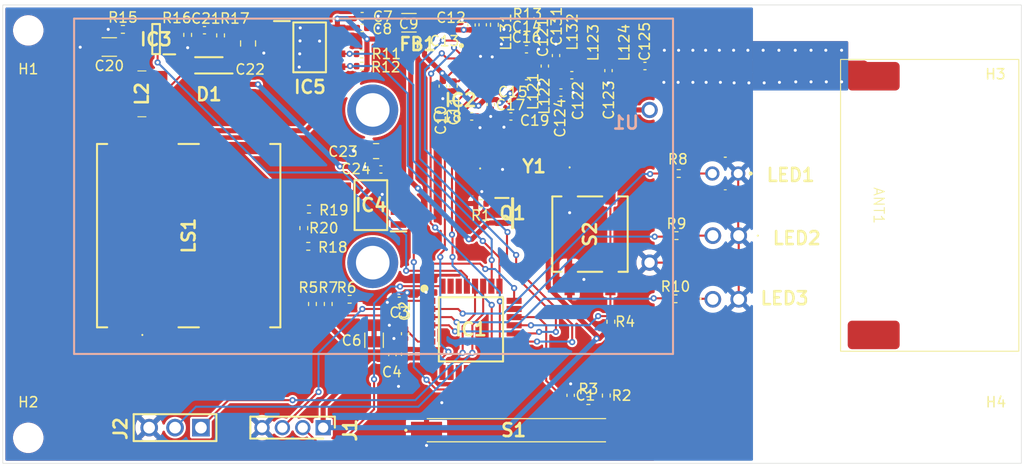
<source format=kicad_pcb>
(kicad_pcb (version 20241229) (generator "pcbnew") (generator_version "9.0")
  (title_block (title "Gateway") (date "2025-10-07") (rev "REV0.0") (company "NPX4U"))
  (layers (0 "F.Cu" signal) (2 "B.Cu" signal) (13 "F.Paste" user) (15 "B.Paste" user) (5 "F.SilkS" user "F.Silkscreen") (7 "B.SilkS" user "B.Silkscreen") (1 "F.Mask" user) (3 "B.Mask" user) (25 "Edge.Cuts" user))
  (net 0 "")
  (net 1 "GND")
  (net 2 "/RF/RF_LINE")
  (net 3 "DOOR")
  (net 4 "V_MEAS")
  (net 5 "NRST")
  (net 6 "VDD")
  (net 7 "RF_VDD")
  (net 8 "Net-(IC2-DCOUPL)")
  (net 9 "Net-(IC2-XOSC_Q1)")
  (net 10 "Net-(IC2-XOSC_Q2)")
  (net 11 "Net-(IC3-FB)")
  (net 12 "+12V")
  (net 13 "Net-(C121-Pad2)")
  (net 14 "Net-(C121-Pad1)")
  (net 15 "Net-(C122-Pad2)")
  (net 16 "Net-(C123-Pad2)")
  (net 17 "Net-(C124-Pad2)")
  (net 18 "Net-(C125-Pad1)")
  (net 19 "Net-(D1-A)")
  (net 20 "/MCU/SDI")
  (net 22 "/MCU/IRQ")
  (net 24 "LED_R")
  (net 27 "LED_B")
  (net 28 "/Buzzer/BZR_P")
  (net 29 "/MCU/SDO")
  (net 30 "BTN")
  (net 32 "SDA")
  (net 33 "/MCU/SCLK")
  (net 35 "TX")
  (net 36 "SCL")
  (net 38 "LED_Y")
  (net 40 "RX")
  (net 41 "SWIM")
  (net 43 "/Buzzer/BZR_N")
  (net 45 "/Buzzer/BZR_EN")
  (net 46 "/MCU/CS")
  (net 47 "Net-(IC2-RBIAS)")
  (net 48 "Net-(IC2-RF_N)")
  (net 50 "Net-(IC2-RF_P)")
  (net 52 "Net-(IC4-OUTA)")
  (net 54 "Net-(IC4-OUTB)")
  (net 55 "Net-(LED1-A)")
  (net 56 "Net-(LED2-A)")
  (net 57 "Net-(LED3-A)")
  (net 58 "Net-(LS1--_1)")
  (net 59 "Net-(LS1-+_1)")
  (net 60 "BAT_IN")
  (net 61 "Net-(Q1-G)")
  (net 62 "Net-(R2-Pad1)")
  (net 63 "Net-(R5-Pad1)")
  (footprint "Capacitor_SMD:C_0402_1005Metric" (layer "F.Cu") (at 225.515 116.92 90)
    (property "Reference" "C13")
    (property "Value" "1uF")
  )
  (footprint "MyParts:SOT95P237X112-3N" (layer "F.Cu") (at 229.55 135.4)
    (property "Reference" "Q1")
    (property "Value" "IRLML6402TRPBF" (hide yes))
  )
  (footprint "Resistor_SMD:R_0402_1005Metric" (layer "F.Cu") (at 227.765 116.9 90)
    (property "Reference" "R13")
    (property "Value" "56K")
  )
  (footprint "MyParts:SOIC127P599X173-8N" (layer "F.Cu") (at 215.638 134.605 180)
    (property "Reference" "IC4")
    (property "Value" "MIC4427YM" (hide yes))
  )
  (footprint "MyParts:SOIC127P602X173-8N" (layer "F.Cu") (at 209.625 119.115)
    (property "Reference" "IC5")
    (property "Value" "MB85RC64TAPNF-G-BDERE1" (hide yes))
  )
  (footprint "Capacitor_SMD:C_0402_1005Metric" (layer "F.Cu") (at 235.365 121.85)
    (property "Reference" "C122")
    (property "Value" "1.5pF")
  )
  (footprint "Capacitor_SMD:C_0402_1005Metric" (layer "F.Cu") (at 226.615 116.9 90)
    (property "Reference" "C12")
    (property "Value" "100nF")
  )
  (footprint "Resistor_SMD:R_0402_1005Metric" (layer "F.Cu") (at 209.05 136.86 -90)
    (property "Reference" "R20")
    (property "Value" "1M")
  )
  (footprint "Capacitor_SMD:C_0402_1005Metric" (layer "F.Cu") (at 214.78 116.05)
    (property "Reference" "C7")
    (property "Value" "1uF")
  )
  (footprint "Resistor_SMD:R_0402_1005Metric" (layer "F.Cu") (at 191.29 117.35)
    (property "Reference" "R15")
    (property "Value" "100K")
  )
  (footprint "Capacitor_SMD:C_0402_1005Metric" (layer "F.Cu") (at 234.295 123.55 180)
    (property "Reference" "C124")
    (property "Value" "100pF")
  )
  (footprint "Capacitor_SMD:C_0402_1005Metric" (layer "F.Cu") (at 227.415 124.72 -90)
    (property "Reference" "C17")
    (property "Value" "100nF")
  )
  (footprint "MyParts:QFP80P900X900X160-32N" (layer "F.Cu") (at 225.462 146.8)
    (property "Reference" "IC1")
    (property "Value" "STM8L151K4T6" (hide yes))
  )
  (footprint "Resistor_SMD:R_0402_1005Metric" (layer "F.Cu") (at 214.75 120.96)
    (property "Reference" "R12")
    (property "Value" "10K")
  )
  (footprint "Capacitor_SMD:C_0402_1005Metric" (layer "F.Cu") (at 242.545 120.95)
    (property "Reference" "C125")
    (property "Value" "12pF")
  )
  (footprint "Capacitor_SMD:C_0402_1005Metric" (layer "F.Cu") (at 225.535 125.9)
    (property "Reference" "C18")
    (property "Value" "12pF")
  )
  (footprint "Capacitor_SMD:C_0402_1005Metric" (layer "F.Cu") (at 230.915 119.3)
    (property "Reference" "C16")
    (property "Value" "100nF")
  )
  (footprint "Capacitor_SMD:C_0402_1005Metric" (layer "F.Cu") (at 235.25 153.28 90)
    (property "Reference" "C1")
    (property "Value" "100nF")
  )
  (footprint "Capacitor_SMD:C_0402_1005Metric" (layer "F.Cu") (at 230.935 118.25)
    (property "Reference" "C14")
    (property "Value" "100nF")
  )
  (footprint "MyParts:MASM14R810" (layer "F.Cu") (at 229.925 156.7)
    (property "Reference" "S1")
    (property "Value" "MASM-14R-8-10" (hide yes))
  )
  (footprint "MyParts:BLM18SP221SN1B" (layer "F.Cu") (at 220.225 118.8)
    (property "Reference" "FB1")
    (property "Value" "BLM18KG601SN1D" (hide yes))
  )
  (footprint "Resistor_SMD:R_0402_1005Metric" (layer "F.Cu") (at 245.86 131.5)
    (property "Reference" "R8")
    (property "Value" "100")
  )
  (footprint "Resistor_SMD:R_0402_1005Metric" (layer "F.Cu") (at 209.9 144.31 -90)
    (property "Reference" "R5")
    (property "Value" "1M")
  )
  (footprint "Capacitor_SMD:C_0402_1005Metric" (layer "F.Cu") (at 218.42 143.995 180)
    (property "Reference" "C3")
    (property "Value" "10nF")
  )
  (footprint "MyParts:CD43NP100MC" (layer "F.Cu") (at 193.155 123.68 -90)
    (property "Reference" "L2")
    (property "Value" "CD43NP-100MC" (hide yes))
  )
  (footprint "Capacitor_SMD:C_0402_1005Metric" (layer "F.Cu") (at 232.715 120.95 90)
    (property "Reference" "C121")
    (property "Value" "1pF")
  )
  (footprint "Inductor_SMD:L_0402_1005Metric" (layer "F.Cu") (at 237.415 120.9)
    (property "Reference" "L123")
    (property "Value" "12nH")
  )
  (footprint "MyParts:NX3225GA26000MSTDCRG2" (layer "F.Cu") (at 227.465 129.049999)
    (property "Reference" "Y1")
    (property "Value" "NX3225GA-26.000M-STD-CRG-2" (hide yes))
  )
  (footprint "Resistor_SMD:R_0402_1005Metric" (layer "F.Cu") (at 236.99 153.8 180)
    (property "Reference" "R3")
    (property "Value" "100K")
  )
  (footprint "Resistor_SMD:R_0402_1005Metric" (layer "F.Cu") (at 209.56 135)
    (property "Reference" "R19")
    (property "Value" "33R")
  )
  (footprint "Capacitor_SMD:C_0402_1005Metric" (layer "F.Cu") (at 216.62 131.1 180)
    (property "Reference" "C24")
    (property "Value" "100nF")
  )
  (footprint "Inductor_SMD:L_0402_1005Metric" (layer "F.Cu") (at 230.915 121.5)
    (property "Reference" "L121")
    (property "Value" "12nH")
  )
  (footprint "MountingHole:MountingHole_2.5mm" (layer "F.Cu") (at 182 157.45)
    (property "Reference" "H2")
    (property "Value" "MountingHole")
  )
  (footprint "Resistor_SMD:R_0402_1005Metric" (layer "F.Cu") (at 226.44 134.45 180)
    (property "Reference" "R1")
    (property "Value" "100K")
  )
  (footprint "Capacitor_SMD:C_0402_1005Metric" (layer "F.Cu") (at 229.385 125.9 180)
    (property "Reference" "C19")
    (property "Value" "12pF")
  )
  (footprint "MyParts:HDRV4W55P0X200_1X4_800X200X635P" (layer "F.Cu") (at 210.95 156.45 180)
    (property "Reference" "J1")
    (property "Value" "G8250041000YEU" (hide yes))
  )
  (footprint "Capacitor_SMD:C_0402_1005Metric" (layer "F.Cu") (at 233.815 119.92 90)
    (property "Reference" "C131")
    (property "Value" "1.5pF")
  )
  (footprint "Capacitor_SMD:C_1206_3216Metric" (layer "F.Cu") (at 215.95 147.87 90)
    (property "Reference" "C6")
    (property "Value" "47uF, 6.3V")
  )
  (footprint "Capacitor_SMD:C_0402_1005Metric" (layer "F.Cu") (at 217.75 149.275 90)
    (property "Reference" "C4")
    (property "Value" "1uF")
  )
  (footprint "MountingHole:MountingHole_2.5mm" (layer "F.Cu") (at 277 117.45)
    (property "Reference" "H3")
    (property "Value" "MountingHole")
  )
  (footprint "Resistor_SMD:R_0402_1005Metric" (layer "F.Cu") (at 213.55 143.85 180)
    (property "Reference" "R6")
    (property "Value" "510K")
  )
  (footprint "MyParts:ANT-868-HESM" (layer "F.Cu") (at 265 134.65 -90)
    (property "Reference" "ANT1")
    (property "Value" "ANT-868-HESM")
  )
  (footprint "Capacitor_SMD:C_0402_1005Metric" (layer "F.Cu") (at 214.77 117.21)
    (property "Reference" "C8")
    (property "Value" "100nF")
  )
  (footprint "Capacitor_SMD:C_0805_2012Metric" (layer "F.Cu") (at 216.15 129.3 180)
    (property "Reference" "C23")
    (property "Value" "4.7uF, 25V")
  )
  (footprint "Capacitor_SMD:C_0402_1005Metric" (layer "F.Cu") (at 238.965 121.4 90)
    (property "Reference" "C123")
    (property "Value" "3.3pF")
  )
  (footprint "Capacitor_SMD:C_0402_1005Metric" (layer "F.Cu") (at 219 147.23 -90)
    (property "Reference" "C2")
    (property "Value" "100nF")
  )
  (footprint "Resistor_SMD:R_0402_1005Metric" (layer "F.Cu") (at 209.49 138.65)
    (property "Reference" "R18")
    (property "Value" "33R")
  )
  (footprint "Resistor_SMD:R_0402_1005Metric" (layer "F.Cu") (at 197.65 117.89 90)
    (property "Reference" "R16")
    (property "Value" "130K")
  )
  (footprint "MyParts:PKMCS1818E20A0R1" (layer "F.Cu") (at 197.75 137.6 90)
    (property "Reference" "LS1")
    (property "Value" "PKMCS1818E20A0-R1" (hide yes))
  )
  (footprint "Resistor_SMD:R_0402_1005Metric" (layer "F.Cu") (at 245.64 137.6)
    (property "Reference" "R9")
    (property "Value" "50")
  )
  (footprint "Resistor_SMD:R_0402_1005Metric" (layer "F.Cu") (at 200.88 117.94 90)
    (property "Reference" "R17")
    (property "Value" "1.15M")
  )
  (footprint "Inductor_SMD:L_0402_1005Metric" (layer "F.Cu") (at 240.515 120.95)
    (property "Reference" "L124")
    (property "Value" "12nH")
  )
  (footprint "Capacitor_SMD:C_0402_1005Metric" (layer "F.Cu") (at 199.3 117.43 180)
    (property "Reference" "C21")
    (property "Value" "4.7pF")
  )
  (footprint "MyParts:SOT95P280X100-5N" (layer "F.Cu") (at 194.55 118.3 180)
    (property "Reference" "IC3")
    (property "Value" "LT1615ES5-1#TRMPBF" (hide yes))
  )
  (footprint "MountingHole:MountingHole_2.5mm" (layer "F.Cu") (at 182 117.45)
    (property "Reference" "H1")
    (property "Value" "MountingHole")
  )
  (footprint "Resistor_SMD:R_0402_1005Metric" (layer "F.Cu") (at 239.2 146.05 -90)
    (property "Reference" "R4")
    (property "Value" "10K")
  )
  (footprint "Capacitor_SMD:C_0402_1005Metric" (layer "F.Cu") (at 230.915 122.65)
    (property "Reference" "C15")
    (property "Value" "100nF")
  )
  (footprint "MyParts:WP710A10LVBCD" (layer "F.Cu") (at 251.7 131.5 180)
    (property "Reference" "LED1")
    (property "Value" "WP710A10LVBC_D" (hide yes))
  )
  (footprint "Resistor_SMD:R_0402_1005Metric" (layer "F.Cu") (at 214.74 119.76)
    (property "Reference" "R11")
    (property "Value" "10K")
  )
  (footprint "Capacitor_SMD:C_0402_1005Metric" (layer "F.Cu") (at 219 149.245 90)
    (property "Reference" "C5" (hide yes))
    (property "Value" "100nF")
  )
  (footprint "Resistor_SMD:R_0402_1005Metric" (layer "F.Cu") (at 211.45 144.31 -90)
    (property "Reference" "R7")
    (property "Value" "1K")
  )
  (footprint "Capacitor_SMD:C_1206_3216Metric" (layer "F.Cu") (at 189.955 119.08 180)
    (property "Reference" "C20")
    (property "Value" "22uF, 6.3V")
  )
  (footprint "Inductor_SMD:L_0402_1005Metric" (layer "F.Cu") (at 230.915 120.4)
    (property "Reference" "L131")
    (property "Value" "12nH")
  )
  (footprint "Resistor_SMD:R_0402_1005Metric" (layer "F.Cu") (at 238.75 153.3 90)
    (property "Reference" "R2")
    (property "Value" "1M")
  )
  (footprint "MyParts:TLHR4400AS12Z" (layer "F.Cu") (at 249.21 143.85)
    (property "Reference" "LED3")
    (property "Value" "TLHR4400-AS12Z" (hide yes))
  )
  (footprint "Capacitor_SMD:C_0402_1005Metric" (layer "F.Cu") (at 223.75 122.92 -90)
    (property "Reference" "C11")
    (property "Value" "100nF")
  )
  (footprint "Capacitor_SMD:C_0805_2012Metric" (layer "F.Cu") (at 203.58 118.73 -90)
    (property "Reference" "C22")
    (property "Value" "4.7uF, 25V")
  )
  (footprint "Inductor_SMD:L_0402_1005Metric" (layer "F.Cu") (at 235.43 119.95)
    (property "Reference" "L132")
    (property "Value" "18nH")
  )
  (footprint "MyParts:QFN50P400X400X100-21N-D" (layer "F.Cu") (at 226.9 120.7)
    (property "Reference" "IC2")
    (property "Value" "CC1101RGPR" (hide yes))
  )
  (footprint "Capacitor_SMD:C_0402_1005Metric" (layer "F.Cu") (at 222.7 122.92 -90)
    (property "Reference" "C10")
    (property "Value" "100nF")
  )
  (footprint "Resistor_SMD:R_0402_1005Metric" (layer "F.Cu") (at 245.54 143.8)
    (property "Reference" "R10")
    (property "Value" "50")
  )
  (footprint "MyParts:HDRV3W66P0X254_1X3_762X254X855P" (layer "F.Cu") (at 198.95 156.45 180)
    (property "Reference" "J2")
    (property "Value" "M20-9770342" (hide yes))
  )
  (footprint "Capacitor_SMD:C_1206_3216Metric" (layer "F.Cu") (at 219.375 116.7)
    (property "Reference" "C9")
    (property "Value" "47uF, 6.3V")
  )
  (footprint "MyParts:SOD3716X135N" (layer "F.Cu") (at 199.73 120.88 180)
    (property "Reference" "D1")
    (property "Value" "MBR0520LT3G" (hide yes))
  )
  (footprint "MyParts:TLHY4400AS12Z" (layer "F.Cu") (at 251.75 137.6 180)
    (property "Reference" "LED2")
    (property "Value" "TLHY4400-AS12Z" (hide yes))
  )
  (footprint "Inductor_SMD:L_0402_1005Metric" (layer "F.Cu") (at 233.815 121.95 -90)
    (property "Reference" "L122")
    (property "Value" "18nH")
  )
  (footprint "MountingHole:MountingHole_2.5mm" (layer "F.Cu") (at 277 157.45)
    (property "Reference" "H4")
    (property "Value" "MountingHole")
  )
  (footprint "MyParts:TL6120DF160QG" (layer "F.Cu") (at 237.15 137.45 -90)
    (property "Reference" "S2")
    (property "Value" "TL6120DF160QG" (hide yes))
  )
  (footprint "MyParts:2462" (layer "B.Cu") (at 243 125.26)
    (property "Reference" "U1")
    (property "Value" "2462" (hide yes))
  )
  (gr_rect (start 179.5 114.95) (end 279.5 159.95) (stroke (width 0.05)) (fill no) (layer "Edge.Cuts"))
  (segment (start 226.015 127.899998) (end 226.365 128.249998) (width 0.5) (layer "F.Cu") (net 1))
  (segment (start 226.015 126.665) (end 226.35 127) (width 0.5) (layer "F.Cu") (net 1))
  (segment (start 226.4 118.8) (end 226.4 120) (width 0.2) (layer "F.Cu") (net 1))
  (segment (start 188.5 119.1) (end 188.48 119.08) (width 0.5) (layer "F.Cu") (net 1))
  (segment (start 215.26 117.2) (end 215.25 117.21) (width 0.2) (layer "F.Cu") (net 1))
  (segment (start 217.17 133.97) (end 216.75 133.55) (width 0.5) (layer "F.Cu") (net 1))
  (segment (start 223.75 123.4) (end 222.7 123.4) (width 0.5) (layer "F.Cu") (net 1))
  (segment (start 218.35 133.97) (end 217.17 133.97) (width 0.5) (layer "F.Cu") (net 1))
  (segment (start 206.9 117.21) (end 208.69 117.21) (width 0.5) (layer "F.Cu") (net 1))
  (segment (start 197.65 118.4) (end 197.65 119.15) (width 0.5) (layer "F.Cu") (net 1))
  (segment (start 234.775 123.55) (end 235.5 123.55) (width 0.2) (layer "F.Cu") (net 1))
  (segment (start 190.78 117.35) (end 189.85 117.35) (width 0.5) (layer "F.Cu") (net 1))
  (segment (start 225.515 116.44) (end 225.29 116.44) (width 0.5) (layer "F.Cu") (net 1))
  (segment (start 227.765 116.39) (end 227.897472 116.39) (width 0.5) (layer "F.Cu") (net 1))
  (segment (start 231.395 119.3) (end 232.1 119.3) (width 0.2) (layer "F.Cu") (net 1))
  (segment (start 235.25 152.8) (end 235.25 152.15) (width 0.5) (layer "F.Cu") (net 1))
  (segment (start 226.365 127.015) (end 226.35 127) (width 0.5) (layer "F.Cu") (net 1))
  (segment (start 215.2 129.3) (end 213.95 129.3) (width 0.5) (layer "F.Cu") (net 1))
  (segment (start 214.06 143.85) (end 216.95 143.85) (width 0.5) (layer "F.Cu") (net 1))
  (segment (start 235.15 141.9) (end 236.55 141.9) (width 0.5) (layer "F.Cu") (net 1))
  (segment (start 208.7 118.5) (end 208.68 118.48) (width 0.5) (layer "F.Cu") (net 1))
  (segment (start 195.85 118.3) (end 197.55 118.3) (width 0.5) (layer "F.Cu") (net 1))
  (segment (start 219.95 154) (end 222.6 154) (width 0.5) (layer "F.Cu") (net 1))
  (segment (start 219.35 143.05) (end 221.05 143.05) (width 0.2) (layer "F.Cu") (net 1))
  (segment (start 228.905 126.745) (end 228.7 126.95) (width 0.5) (layer "F.Cu") (net 1))
  (segment (start 228.905 125.9) (end 228.905 126.745) (width 0.5) (layer "F.Cu") (net 1))
  (segment (start 219.2 143.2) (end 219.35 143.05) (width 0.2) (layer "F.Cu") (net 1))
  (segment (start 203.6 119.7) (end 203.58 119.68) (width 0.5) (layer "F.Cu") (net 1))
  (segment (start 215.25 117.21) (end 216.34 117.21) (width 0.5) (layer "F.Cu") (net 1))
  (segment (start 219.035 148.8) (end 219 148.765) (width 0.5) (layer "F.Cu") (net 1))
  (segment (start 227.55 120.05) (end 226.9 120.7) (width 0.2) (layer "F.Cu") (net 1))
  (segment (start 217.75 148.795) (end 217.75 147.85) (width 0.5) (layer "F.Cu") (net 1))
  (segment (start 206.85 119.7) (end 206.9 119.75) (width 0.5) (layer "F.Cu") (net 1))
  (segment (start 205.125 119.675) (end 205.15 119.65) (width 0.5) (layer "F.Cu") (net 1))
  (segment (start 225.22 116.37) (end 224.6 116.37) (width 0.5) (layer "F.Cu") (net 1))
  (segment (start 187.12 119.08) (end 187.1 119.1) (width 0.5) (layer "F.Cu") (net 1))
  (segment (start 231.415 118.25) (end 232.15 118.25) (width 0.2) (layer "F.Cu") (net 1))
  (segment (start 226.645 116.39) (end 226.615 116.42) (width 0.5) (layer "F.Cu") (net 1))
  (segment (start 205.12 119.68) (end 205.125 119.675) (width 0.5) (layer "F.Cu") (net 1))
  (segment (start 227.415 125.885) (end 227.4 125.9) (width 0.5) (layer "F.Cu") (net 1))
  (segment (start 217.445 146.395) (end 217.45 146.4) (width 0.5) (layer "F.Cu") (net 1))
  (segment (start 227.9 119.7) (end 227.55 120.05) (width 0.2) (layer "F.Cu") (net 1))
  (segment (start 251.75 137.6) (end 251.75 143.85) (width 0.2) (layer "F.Cu") (net 1))
  (segment (start 235.15 152.7) (end 235.25 152.8) (width 0.2) (layer "F.Cu") (net 1))
  (segment (start 193.87 156.45) (end 193.87 156.92) (width 0.2) (layer "F.Cu") (net 1))
  (segment (start 227.765 116.39) (end 226.645 116.39) (width 0.5) (layer "F.Cu") (net 1))
  (segment (start 203.58 119.68) (end 205.12 119.68) (width 0.5) (layer "F.Cu") (net 1))
  (segment (start 216.34 117.21) (end 216.35 117.2) (width 0.5) (layer "F.Cu") (net 1))
  (segment (start 231.395 122.65) (end 232.15 122.65) (width 0.2) (layer "F.Cu") (net 1))
  (segment (start 206.9 118.48) (end 208.68 118.48) (width 0.5) (layer "F.Cu") (net 1))
  (segment (start 208.69 117.21) (end 208.7 117.2) (width 0.5) (layer "F.Cu") (net 1))
  (segment (start 227.9 118.8) (end 228.45 118.8) (width 0.2) (layer "F.Cu") (net 1))
  (segment (start 226.525 133.275) (end 225.93 133.87) (width 0.2) (layer "F.Cu") (net 1))
  (segment (start 219 147.71) (end 217.91 147.71) (width 0.5) (layer "F.Cu") (net 1))
  (segment (start 225.29 116.44) (end 225.22 116.37) (width 0.5) (layer "F.Cu") (net 1))
  (segment (start 226.365 128.249998) (end 226.365 127.015) (width 0.5) (layer "F.Cu") (net 1))
  (segment (start 217.75 147.85) (end 217.9 147.7) (width 0.5) (layer "F.Cu") (net 1))
  (segment (start 233.815 119.44) (end 233.815 118.815) (width 0.2) (layer "F.Cu") (net 1))
  (segment (start 216.14 131.1) (end 215.3 131.1) (width 0.5) (layer "F.Cu") (net 1))
  (segment (start 217.94 143.995) (end 217.405 143.995) (width 0.5) (layer "F.Cu") (net 1))
  (segment (start 210.62 118.48) (end 210.6 118.5) (width 0.5) (layer "F.Cu") (net 1))
  (segment (start 235.15 133) (end 235.15 135.35) (width 0.5) (layer "F.Cu") (net 1))
  (segment (start 227.897472 116.39) (end 228.7 117.192528) (width 0.5) (layer "F.Cu") (net 1))
  (segment (start 221.1 156.7) (end 221.1 158.2) (width 0.5) (layer "F.Cu") (net 1))
  (segment (start 243 140.25) (end 249.1 140.25) (width 0.2) (layer "F.Cu") (net 1))
  (segment (start 231.395 118.27) (end 231.415 118.25) (width 0.2) (layer "F.Cu") (net 1))
  (segment (start 228.565 129.85) (end 228.565 131.1) (width 0.5) (layer "F.Cu") (net 1))
  (segment (start 219.03 148.795) (end 219 148.765) (width 0.2) (layer "F.Cu") (net 1))
  (segment (start 218.35 152.4) (end 219.95 154) (width 0.5) (layer "F.Cu") (net 1))
  (segment (start 215.3 131.1) (end 215.05 130.85) (width 0.5) (layer "F.Cu") (net 1))
  (segment (start 197.55 118.3) (end 197.65 118.4) (width 0.5) (layer "F.Cu") (net 1))
  (segment (start 226.4 120) (end 226.4 120.2) (width 0.2) (layer "F.Cu") (net 1))
  (segment (start 217.91 147.71) (end 217.9 147.7) (width 0.5) (layer "F.Cu") (net 1))
  (segment (start 225.515 116.44) (end 226.595 116.44) (width 0.5) (layer "F.Cu") (net 1))
  (segment (start 231.395 119.3) (end 231.395 118.27) (width 0.2) (layer "F.Cu") (net 1))
  (segment (start 249.1 140.25) (end 251.75 137.6) (width 0.2) (layer "F.Cu") (net 1))
  (segment (start 215.26 116.05) (end 216.35 116.05) (width 0.5) (layer "F.Cu") (net 1))
  (segment (start 227.9 118.8) (end 227.9 119.7) (width 0.2) (layer "F.Cu") (net 1))
  (segment (start 226.015 125.9) (end 226.015 126.665) (width 0.5) (layer "F.Cu") (net 1))
  (segment (start 238.965 122.585) (end 238.95 122.6) (width 0.2) (layer "F.Cu") (net 1))
  (segment (start 225.93 133.87) (end 225.93 134.45) (width 0.2) (layer "F.Cu") (net 1))
  (segment (start 217.405 143.995) (end 217.25 144.15) (width 0.5) (layer "F.Cu") (net 1))
  (segment (start 206.9 121.02) (end 208.57 121.02) (width 0.5) (layer "F.Cu") (net 1))
  (segment (start 226.595 116.44) (end 226.615 116.42) (width 0.5) (layer "F.Cu") (net 1))
  (segment (start 224.6 116.37) (end 224.6 116.419) (width 0.5) (layer "F.Cu") (net 1))
  (segment (start 221.05 143.05) (end 221.05 143.162) (width 0.2) (layer "F.Cu") (net 1))
  (segment (start 225.93 134.45) (end 225.93 134.317528) (width 0.5) (layer "F.Cu") (net 1))
  (segment (start 238.965 121.88) (end 238.965 122.585) (width 0.2) (layer "F.Cu") (net 1))
  (segment (start 218.97 148.795) (end 219 148.765) (width 0.5) (layer "F.Cu") (net 1))
  (segment (start 251.7 137.55) (end 251.75 137.6) (width 0.2) (layer "F.Cu") (net 1))
  (segment (start 206.9 119.75) (end 208.65 119.75) (width 0.5) (layer "F.Cu") (net 1))
  (segment (start 215.95 146.395) (end 217.445 146.395) (width 0.5) (layer "F.Cu") (net 1))
  (segment (start 216.95 143.85) (end 217.25 144.15) (width 0.5) (layer "F.Cu") (net 1))
  (segment (start 218.33 133.95) (end 218.35 133.97) (width 0.2) (layer "F.Cu") (net 1))
  (segment (start 227.735 116.42) (end 227.765 116.39) (width 0.5) (layer "F.Cu") (net 1))
  (segment (start 188.48 119.08) (end 187.12 119.08) (width 0.5) (layer "F.Cu") (net 1))
  (segment (start 212.35 118.48) (end 210.62 118.48) (width 0.5) (layer "F.Cu") (net 1))
  (segment (start 219 147.58) (end 219 148.765) (width 0.5) (layer "F.Cu") (net 1))
  (segment (start 222.7 123.4) (end 222.7 124.15) (width 0.5) (layer "F.Cu") (net 1))
  (segment (start 228.7 117.192528) (end 228.7 117.35) (width 0.5) (layer "F.Cu") (net 1))
  (segment (start 233.815 118.815) (end 233.8 118.8) (width 0.2) (layer "F.Cu") (net 1))
  (segment (start 208.57 121.02) (end 208.6 121.05) (width 0.5) (layer "F.Cu") (net 1))
  (segment (start 226.4 120.2) (end 226.9 120.7) (width 0.2) (layer "F.Cu") (net 1))
  (segment (start 227.415 125.2) (end 227.415 125.885) (width 0.5) (layer "F.Cu") (net 1))
  (segment (start 231.415 119.28) (end 231.395 119.3) (width 0.5) (layer "F.Cu") (net 1))
  (segment (start 251.7 131.5) (end 251.7 137.55) (width 0.2) (layer "F.Cu") (net 1))
  (via (at 244.45 119.4) (size 0.6) (drill 0.3) (layers "F.Cu" "B.Cu") (net 1))
  (via (at 216.75 133.55) (size 0.6) (drill 0.3) (layers "F.Cu" "B.Cu") (net 1))
  (via (at 255.7 119.4) (size 0.6) (drill 0.3) (layers "F.Cu" "B.Cu") (net 1))
  (via (at 236.55 141.9) (size 0.6) (drill 0.3) (layers "F.Cu" "B.Cu") (net 1))
  (via (at 208.65 119.75) (size 0.6) (drill 0.3) (layers "F.Cu" "B.Cu") (net 1))
  (via (at 249.95 122.55) (size 0.6) (drill 0.3) (layers "F.Cu" "B.Cu") (net 1))
  (via (at 219.2 143.2) (size 0.6) (drill 0.3) (layers "F.Cu" "B.Cu") (net 1))
  (via (at 226.35 127) (size 0.6) (drill 0.3) (layers "F.Cu" "B.Cu") (net 1))
  (via (at 232.15 118.25) (size 0.6) (drill 0.3) (layers "F.Cu" "B.Cu") (net 1))
  (via (at 221.05 143.162) (size 0.6) (drill 0.3) (layers "F.Cu" "B.Cu") (net 1))
  (via (at 187.1 119.1) (size 0.6) (drill 0.3) (layers "F.Cu" "B.Cu") (net 1))
  (via (at 247.25 122.55) (size 0.6) (drill 0.3) (layers "F.Cu" "B.Cu") (net 1))
  (via (at 218.35 152.4) (size 0.6) (drill 0.3) (layers "F.Cu" "B.Cu") (net 1))
  (via (at 197.65 119.15) (size 0.6) (drill 0.3) (layers "F.Cu" "B.Cu") (net 1))
  (via (at 257.3 119.4) (size 0.6) (drill 0.3) (layers "F.Cu" "B.Cu") (net 1))
  (via (at 254.25 122.6) (size 0.6) (drill 0.3) (layers "F.Cu" "B.Cu") (net 1))
  (via (at 217.9 147.7) (size 0.6) (drill 0.3) (layers "F.Cu" "B.Cu") (net 1))
  (via (at 232.1 119.3) (size 0.6) (drill 0.3) (layers "F.Cu" "B.Cu") (net 1))
  (via (at 210.6 118.5) (size 0.6) (drill 0.3) (layers "F.Cu" "B.Cu") (net 1))
  (via (at 221.1 158.2) (size 0.6) (drill 0.3) (layers "F.Cu" "B.Cu") (net 1))
  (via (at 244.4 122.55) (size 0.6) (drill 0.3) (layers "F.Cu" "B.Cu") (net 1))
  (via (at 257.35 122.5) (size 0.6) (drill 0.3) (layers "F.Cu" "B.Cu") (net 1))
  (via (at 254.15 119.4) (size 0.6) (drill 0.3) (layers "F.Cu" "B.Cu") (net 1))
  (via (at 255.75 122.55) (size 0.6) (drill 0.3) (layers "F.Cu" "B.Cu") (net 1))
  (via (at 228.7 126.95) (size 0.6) (drill 0.3) (layers "F.Cu" "B.Cu") (net 1))
  (via (at 261.85 122.5) (size 0.6) (drill 0.3) (layers "F.Cu" "B.Cu") (net 1))
  (via (at 228.45 118.8) (size 0.6) (drill 0.3) (layers "F.Cu" "B.Cu") (net 1))
  (via (at 215.05 130.85) (size 0.6) (drill 0.3) (layers "F.Cu" "B.Cu") (net 1))
  (via (at 228.565 131.1) (size 0.6) (drill 0.3) (layers "F.Cu" "B.Cu") (net 1))
  (via (at 227.55 120.05) (size 0.6) (drill 0.3) (layers "F.Cu" "B.Cu") (net 1))
  (via (at 260.35 122.5) (size 0.6) (drill 0.3) (layers "F.Cu" "B.Cu") (net 1))
  (via (at 228.7 117.35) (size 0.6) (drill 0.3) (layers "F.Cu" "B.Cu") (net 1))
  (via (at 235.5 123.55) (size 0.6) (drill 0.3) (layers "F.Cu" "B.Cu") (net 1))
  (via (at 213.95 129.3) (size 0.6) (drill 0.3) (layers "F.Cu" "B.Cu") (net 1))
  (via (at 216.35 116.05) (size 0.6) (drill 0.3) (layers "F.Cu" "B.Cu") (net 1))
  (via (at 208.7 117.2) (size 0.6) (drill 0.3) (layers "F.Cu" "B.Cu") (net 1))
  (via (at 248.55 122.55) (size 0.6) (drill 0.3) (layers "F.Cu" "B.Cu") (net 1))
  (via (at 251.3 122.6) (size 0.6) (drill 0.3) (layers "F.Cu" "B.Cu") (net 1))
  (via (at 252.65 119.4) (size 0.6) (drill 0.3) (layers "F.Cu" "B.Cu") (net 1))
  (via (at 245.85 119.4) (size 0.6) (drill 0.3) (layers "F.Cu" "B.Cu") (net 1))
  (via (at 224.6 116.419) (size 0.6) (drill 0.3) (layers "F.Cu" "B.Cu") (net 1))
  (via (at 226.525 133.275) (size 0.6) (drill 0.3) (layers "F.Cu" "B.Cu") (net 1))
  (via (at 260.3 119.4) (size 0.6) (drill 0.3) (layers "F.Cu" "B.Cu") (net 1))
  (via (at 226.4 120) (size 0.6) (drill 0.3) (layers "F.Cu" "B.Cu") (net 1))
  (via (at 252.75 122.6) (size 0.6) (drill 0.3) (layers "F.Cu" "B.Cu") (net 1))
  (via (at 189.85 117.35) (size 0.6) (drill 0.3) (layers "F.Cu" "B.Cu") (net 1))
  (via (at 261.85 119.4) (size 0.6) (drill 0.3) (layers "F.Cu" "B.Cu") (net 1))
  (via (at 248.5 119.4) (size 0.6) (drill 0.3) (layers "F.Cu" "B.Cu") (net 1))
  (via (at 235.15 135.35) (size 0.6) (drill 0.3) (layers "F.Cu" "B.Cu") (net 1))
  (via (at 208.6 121.05) (size 0.6) (drill 0.3) (layers "F.Cu" "B.Cu") (net 1))
  (via (at 235.25 152.15) (size 0.6) (drill 0.3) (layers "F.Cu" "B.Cu") (net 1))
  (via (at 258.85 122.5) (size 0.6) (drill 0.3) (layers "F.Cu" "B.Cu") (net 1))
  (via (at 238.95 122.6) (size 0.6) (drill 0.3) (layers "F.Cu" "B.Cu") (net 1))
  (via (at 217.25 144.15) (size 0.6) (drill 0.3) (layers "F.Cu" "B.Cu") (net 1))
  (via (at 222.7 124.15) (size 0.6) (drill 0.3) (layers "F.Cu" "B.Cu") (net 1))
  (via (at 247.25 119.4) (size 0.6) (drill 0.3) (layers "F.Cu" "B.Cu") (net 1))
  (via (at 233.8 118.8) (size 0.6) (drill 0.3) (layers "F.Cu" "B.Cu") (net 1))
  (via (at 216.35 117.2) (size 0.6) (drill 0.3) (layers "F.Cu" "B.Cu") (net 1))
  (via (at 249.85 119.4) (size 0.6) (drill 0.3) (layers "F.Cu" "B.Cu") (net 1))
  (via (at 227.4 125.9) (size 0.6) (drill 0.3) (layers "F.Cu" "B.Cu") (net 1))
  (via (at 205.125 119.675) (size 0.6) (drill 0.3) (layers "F.Cu" "B.Cu") (net 1))
  (via (at 208.68 118.48) (size 0.6) (drill 0.3) (layers "F.Cu" "B.Cu") (net 1))
  (via (at 222.6 154) (size 0.6) (drill 0.3) (layers "F.Cu" "B.Cu") (net 1))
  (via (at 232.15 122.65) (size 0.6) (drill 0.3) (layers "F.Cu" "B.Cu") (net 1))
  (via (at 245.8 122.55) (size 0.6) (drill 0.3) (layers "F.Cu" "B.Cu") (net 1))
  (via (at 217.45 146.4) (size 0.6) (drill 0.3) (layers "F.Cu" "B.Cu") (net 1))
  (via (at 251.25 119.4) (size 0.6) (drill 0.3) (layers "F.Cu" "B.Cu") (net 1))
  (via (at 258.85 119.4) (size 0.6) (drill 0.3) (layers "F.Cu" "B.Cu") (net 1))
  (segment (start 217.25 144.15) (end 218.2 143.2) (width 0.2) (layer "B.Cu") (net 1))
  (segment (start 218.2 143.2) (end 219.2 143.2) (width 0.2) (layer "B.Cu") (net 1))
  (segment (start 243.85 120.95) (end 264 120.95) (width 1.07) (layer "F.Cu") (net 2))
  (segment (start 264 120.95) (end 265 121.95) (width 1.07) (layer "F.Cu") (net 2))
  (segment (start 243.025 120.95) (end 243.85 120.95) (width 0.7) (layer "F.Cu") (net 2))
  (segment (start 236.44 153.76) (end 236.48 153.8) (width 0.2) (layer "F.Cu") (net 3))
  (segment (start 232.05 145.6) (end 229.7 145.6) (width 0.2) (layer "F.Cu") (net 3))
  (segment (start 232.85 151.85) (end 232.85 146.4) (width 0.2) (layer "F.Cu") (net 3))
  (segment (start 235.25 153.76) (end 236.44 153.76) (width 0.2) (layer "F.Cu") (net 3))
  (segment (start 234.76 153.76) (end 232.85 151.85) (width 0.2) (layer "F.Cu") (net 3))
  (segment (start 235.25 153.76) (end 234.76 153.76) (width 0.2) (layer "F.Cu") (net 3))
  (segment (start 232.85 146.4) (end 232.05 145.6) (width 0.2) (layer "F.Cu") (net 3))
  (segment (start 221.224 148) (end 220.25 148) (width 0.2) (layer "F.Cu") (net 4))
  (segment (start 219 146.75) (end 217.684 145.434) (width 0.2) (layer "F.Cu") (net 4))
  (segment (start 220.25 148) (end 219 146.75) (width 0.2) (layer "F.Cu") (net 4))
  (segment (start 217.684 145.434) (end 212.064 145.434) (width 0.2) (layer "F.Cu") (net 4))
  (segment (start 212.064 145.434) (end 211.45 144.82) (width 0.2) (layer "F.Cu") (net 4))
  (segment (start 214.8 144.8) (end 218.6 144.8) (width 0.2) (layer "F.Cu") (net 5))
  (segment (start 218.6 144.8) (end 218.9 144.5) (width 0.2) (layer "F.Cu") (net 5))
  (segment (start 214.800001 144.8) (end 214.8 144.8) (width 0.2) (layer "F.Cu") (net 5))
  (segment (start 210.5 152.95) (end 210.35 153.1) (width 0.2) (layer "F.Cu") (net 5))
  (segment (start 210.3 153.1) (end 206.95 156.45) (width 0.2) (layer "F.Cu") (net 5))
  (segment (start 210.35 153.1) (end 210.3 153.1) (width 0.2) (layer "F.Cu") (net 5))
  (segment (start 221.224 144) (end 218.905 144) (width 0.2) (layer "F.Cu") (net 5))
  (segment (start 218.905 144) (end 218.9 143.995) (width 0.2) (layer "F.Cu") (net 5))
  (segment (start 218.9 144.5) (end 218.9 143.995) (width 0.2) (layer "F.Cu") (net 5))
  (via (at 210.5 152.95) (size 0.6) (drill 0.3) (layers "F.Cu" "B.Cu") (net 5))
  (via (at 214.8 144.8) (size 0.6) (drill 0.3) (layers "F.Cu" "B.Cu") (net 5))
  (segment (start 214.8 144.8) (end 210.5 149.1) (width 0.2) (layer "B.Cu") (net 5))
  (segment (start 210.5 149.1) (end 210.5 152.95) (width 0.2) (layer "B.Cu") (net 5))
  (segment (start 214.425 149.345) (end 209.9 144.82) (width 0.5) (layer "F.Cu") (net 6))
  (segment (start 225.25 137.95) (end 225.55 137.95) (width 0.5) (layer "F.Cu") (net 6))
  (segment (start 210.95 154.345) (end 215.95 149.345) (width 0.5) (layer "F.Cu") (net 6))
  (segment (start 225.55 137.95) (end 227.15 136.35) (width 0.5) (layer "F.Cu") (net 6))
  (segment (start 215.95 149.345) (end 214.425 149.345) (width 0.5) (layer "F.Cu") (net 6))
  (segment (start 237.8 147.7) (end 237.8 147.420768) (width 0.5) (layer "F.Cu") (net 6))
  (segment (start 215.25 118.3) (end 215.25 119.76) (width 0.5) (layer "F.Cu") (net 6))
  (segment (start 191.53 123.68) (end 191.53 125.13) (width 0.5) (layer "F.Cu") (net 6))
  (segment (start 216.36 149.755) (end 217.75 149.755) (width 0.5) (layer "F.Cu") (net 6))
  (segment (start 229.55 136.35) (end 228.5 136.35) (width 0.5) (layer "F.Cu") (net 6))
  (segment (start 220.25 132.95) (end 219.55 132.25) (width 0.5) (layer "F.Cu") (net 6))
  (segment (start 191.43 123.58) (end 191.53 123.68) (width 0.5) (layer "F.Cu") (net 6))
  (segment (start 218.97 149.755) (end 219 149.725) (width 0.5) (layer "F.Cu") (net 6))
  (segment (start 217.9 117.6) (end 217.9 116.7) (width 0.5) (layer "F.Cu") (net 6))
  (segment (start 212.35 117.21) (end 212.89 117.21) (width 0.5) (layer "F.Cu") (net 6))
  (segment (start 227.15 136.35) (end 228.5 136.35) (width 0.5) (layer "F.Cu") (net 6))
  (segment (start 214.29 117.21) (end 212.35 117.21) (width 0.5) (layer "F.Cu") (net 6))
  (segment (start 193.7 127.3) (end 209.239999 127.3) (width 0.5) (layer "F.Cu") (net 6))
  (segment (start 215.25 118.3) (end 217.2 118.3) (width 0.5) (layer "F.Cu") (net 6))
  (segment (start 233.05 142.670768) (end 233.05 139.85) (width 0.5) (layer "F.Cu") (net 6))
  (segment (start 219.13 149.595) (end 219 149.725) (width 0.2) (layer "F.Cu") (net 6))
  (segment (start 191.53 125.13) (end 193.7 127.3) (width 0.5) (layer "F.Cu") (net 6))
  (segment (start 238.06 147.7) (end 239.2 146.56) (width 0.5) (layer "F.Cu") (net 6))
  (segment (start 215.95 149.345) (end 216.36 149.755) (width 0.5) (layer "F.Cu") (net 6))
  (segment (start 217.2 118.3) (end 217.9 117.6) (width 0.5) (layer "F.Cu") (net 6))
  (segment (start 191.43 119.08) (end 193.08 119.08) (width 0.5) (layer "F.Cu") (net 6))
  (segment (start 217.75 149.755) (end 218.97 149.755) (width 0.5) (layer "F.Cu") (net 6))
  (segment (start 214.05 116.3) (end 214.3 116.05) (width 0.5) (layer "F.Cu") (net 6))
  (segment (start 215.26 121.279999) (end 215.26 120.96) (width 0.5) (layer "F.Cu") (net 6))
  (segment (start 219.55 132.25) (end 219.55 118.8) (width 0.5) (layer "F.Cu") (net 6))
  (segment (start 221.224 149.6) (end 219.125 149.6) (width 0.5) (layer "F.Cu") (net 6))
  (segment (start 191.43 119.08) (end 191.43 123.58) (width 0.5) (layer "F.Cu") (net 6))
  (segment (start 217.9 117.15) (end 219.55 118.8) (width 0.5) (layer "F.Cu") (net 6))
  (segment (start 191.53 123.88) (end 191.65 124) (width 0.5) (layer "F.Cu") (net 6))
  (segment (start 191.53 123.68) (end 191.53 123.88) (width 0.5) (layer "F.Cu") (net 6))
  (segment (start 237.8 147.7) (end 238.06 147.7) (width 0.5) (layer "F.Cu") (net 6))
  (segment (start 239.2 146.56) (end 239.2 152.34) (width 0.2) (layer "F.Cu") (net 6))
  (segment (start 239.2 152.34) (end 238.75 152.79) (width 0.2) (layer "F.Cu") (net 6))
  (segment (start 209.239999 127.3) (end 215.26 121.279999) (width 0.5) (layer "F.Cu") (net 6))
  (segment (start 237.8 147.420768) (end 233.05 142.670768) (width 0.5) (layer "F.Cu") (net 6))
  (segment (start 215.26 120.96) (end 215.26 119.77) (width 0.5) (layer "F.Cu") (net 6))
  (segment (start 210.95 156.45) (end 210.95 154.345) (width 0.5) (layer "F.Cu") (net 6))
  (segment (start 215.26 119.77) (end 215.25 119.76) (width 0.5) (layer "F.Cu") (net 6))
  (segment (start 233.05 139.85) (end 229.55 136.35) (width 0.5) (layer "F.Cu") (net 6))
  (segment (start 219.125 149.6) (end 219 149.725) (width 0.5) (layer "F.Cu") (net 6))
  (segment (start 212.35 117.21) (end 212.35 116.3) (width 0.5) (layer "F.Cu") (net 6))
  (segment (start 212.35 116.3) (end 214.05 116.3) (width 0.5) (layer "F.Cu") (net 6))
  (segment (start 217.9 116.7) (end 217.9 117.15) (width 0.5) (layer "F.Cu") (net 6))
  (segment (start 193.08 119.08) (end 193.25 119.25) (width 0.5) (layer "F.Cu") (net 6))
  (via (at 215.25 118.3) (size 0.6) (drill 0.3) (layers "F.Cu" "B.Cu") (net 6))
  (via (at 220.25 132.95) (size 0.6) (drill 0.3) (layers "F.Cu" "B.Cu") (net 6))
  (via (at 225.25 137.95) (size 0.6) (drill 0.3) (layers "F.Cu" "B.Cu") (net 6))
  (via (at 237.8 147.7) (size 0.6) (drill 0.3) (layers "F.Cu" "B.Cu") (net 6))
  (via (at 212.35 116.3) (size 0.6) (drill 0.3) (layers "F.Cu" "B.Cu") (net 6))
  (segment (start 229.05 156.45) (end 237.8 147.7) (width 0.5) (layer "B.Cu") (net 6))
  (segment (start 225.25 137.95) (end 220.25 132.95) (width 0.5) (layer "B.Cu") (net 6))
  (segment (start 210.95 156.45) (end 229.05 156.45) (width 0.5) (layer "B.Cu") (net 6))
  (segment (start 213.25 116.3) (end 215.25 118.3) (width 0.5) (layer "B.Cu") (net 6))
  (segment (start 212.35 116.3) (end 213.25 116.3) (width 0.5) (layer "B.Cu") (net 6))
  (segment (start 228.3 124.55) (end 228.283235 124.566765) (width 0.5) (layer "F.Cu") (net 7))
  (segment (start 228.8 121.7) (end 228.85 121.7) (width 0.2) (layer "F.Cu") (net 7))
  (segment (start 229.005 119.7) (end 230.455 118.25) (width 0.2) (layer "F.Cu") (net 7))
  (segment (start 228.196472 115.669) (end 230.455 117.927528) (width 0.5) (layer "F.Cu") (net 7))
  (segment (start 222.65 121.65) (end 222.65 122.39) (width 0.5) (layer "F.Cu") (net 7))
  (segment (start 229.535 120.2) (end 230.435 119.3) (width 0.2) (layer "F.Cu") (net 7))
  (segment (start 230.455 118.25) (end 230.455 119.28) (width 0.5) (layer "F.Cu") (net 7))
  (segment (start 230.3 122.65) (end 229.3 123.65) (width 0.5) (layer "F.Cu") (net 7))
  (segment (start 230.435 122.65) (end 230.3 122.65) (width 0.5) (layer "F.Cu") (net 7))
  (segment (start 227.99 124.24) (end 228.3 124.55) (width 0.5) (layer "F.Cu") (net 7))
  (segment (start 226.81 124.24) (end 227.415 124.24) (width 0.5) (layer "F.Cu") (net 7))
  (segment (start 224.031 115.669) (end 228.196472 115.669) (width 0.5) (layer "F.Cu") (net 7))
  (segment (start 227.415 124.24) (end 227.99 124.24) (width 0.5) (layer "F.Cu") (net 7))
  (segment (start 227.415 122.615) (end 227.4 122.6) (width 0.2) (layer "F.Cu") (net 7))
  (segment (start 228.8 120.2) (end 229.535 120.2) (width 0.2) (layer "F.Cu") (net 7))
  (segment (start 230.455 117.927528) (end 230.455 118.25) (width 0.5) (layer "F.Cu") (net 7))
  (segment (start 228.8 119.7) (end 229.005 119.7) (width 0.2) (layer "F.Cu") (net 7))
  (segment (start 222.65 122.39) (end 222.7 122.44) (width 0.5) (layer "F.Cu") (net 7))
  (segment (start 227.415 124.24) (end 227.415 122.615) (width 0.2) (layer "F.Cu") (net 7))
  (segment (start 225.515 117.4) (end 226.595 117.4) (width 0.5) (layer "F.Cu") (net 7))
  (segment (start 224.75 117.4) (end 222.3 117.4) (width 0.5) (layer "F.Cu") (net 7))
  (segment (start 228.85 121.7) (end 229.8 122.65) (width 0.2) (layer "F.Cu") (net 7))
  (segment (start 220.9 118.8) (end 220.9 119.9) (width 0.5) (layer "F.Cu") (net 7))
  (segment (start 226.2 124.85) (end 226.81 124.24) (width 0.5) (layer "F.Cu") (net 7))
  (segment (start 226.615 117.38) (end 226.9 117.665) (width 0.2) (layer "F.Cu") (net 7))
  (segment (start 226.595 117.4) (end 226.615 117.38) (width 0.5) (layer "F.Cu") (net 7))
  (segment (start 230.455 119.28) (end 230.435 119.3) (width 0.5) (layer "F.Cu") (net 7))
  (segment (start 224.75 117.4) (end 225.515 117.4) (width 0.5) (layer "F.Cu") (net 7))
  (segment (start 222.7 122.44) (end 223.94 121.2) (width 0.2) (layer "F.Cu") (net 7))
  (segment (start 220.9 118.8) (end 222.3 117.4) (width 0.5) (layer "F.Cu") (net 7))
  (segment (start 226.9 117.665) (end 226.9 118.8) (width 0.2) (layer "F.Cu") (net 7))
  (segment (start 220.9 119.9) (end 222.65 121.65) (width 0.5) (layer "F.Cu") (net 7))
  (segment (start 223.94 121.2) (end 225 121.2) (width 0.2) (layer "F.Cu") (net 7))
  (segment (start 222.3 117.4) (end 224.031 115.669) (width 0.5) (layer "F.Cu") (net 7))
  (segment (start 229.8 122.65) (end 230.435 122.65) (width 0.2) (layer "F.Cu") (net 7))
  (via (at 226.2 124.85) (size 0.6) (drill 0.3) (layers "F.Cu" "B.Cu") (net 7))
  (via (at 228.283235 124.566765) (size 0.6) (drill 0.3) (layers "F.Cu" "B.Cu") (net 7))
  (via (at 222.65 121.65) (size 0.6) (drill 0.3) (layers "F.Cu" "B.Cu") (net 7))
  (via (at 224.75 117.4) (size 0.6) (drill 0.3) (layers "F.Cu" "B.Cu") (net 7))
  (via (at 229.3 123.65) (size 0.6) (drill 0.3) (layers "F.Cu" "B.Cu") (net 7))
  (segment (start 226.2 124.85) (end 225.85 124.85) (width 0.5) (layer "B.Cu") (net 7))
  (segment (start 228.283235 124.566765) (end 228.383235 124.566765) (width 0.5) (layer "B.Cu") (net 7))
  (segment (start 228.383235 124.566765) (end 229.3 123.65) (width 0.5) (layer "B.Cu") (net 7))
  (segment (start 225.85 124.85) (end 222.65 121.65) (width 0.5) (layer "B.Cu") (net 7))
  (segment (start 223.75 122.44) (end 224.26 122.44) (width 0.2) (layer "F.Cu") (net 8))
  (segment (start 224.26 122.44) (end 225 121.7) (width 0.2) (layer "F.Cu") (net 8))
  (segment (start 225.055 125.145) (end 225.055 125.9) (width 0.2) (layer "F.Cu") (net 9))
  (segment (start 226.9 122.6) (end 226.9 123.3) (width 0.2) (layer "F.Cu") (net 9))
  (segment (start 225.055 125.9) (end 225.055 128.94) (width 0.2) (layer "F.Cu") (net 9))
  (segment (start 226.9 123.3) (end 225.055 125.145) (width 0.2) (layer "F.Cu") (net 9))
  (segment (start 225.055 128.94) (end 225.964998 129.849998) (width 0.2) (layer "F.Cu") (net 9))
  (segment (start 229.865 126.95) (end 228.565 128.25) (width 0.2) (layer "F.Cu") (net 10))
  (segment (start 229.865 125.9) (end 229.865 126.95) (width 0.2) (layer "F.Cu") (net 10))
  (segment (start 229.865 125.3) (end 227.9 123.335) (width 0.2) (layer "F.Cu") (net 10))
  (segment (start 227.9 123.335) (end 227.9 122.6) (width 0.2) (layer "F.Cu") (net 10))
  (segment (start 229.865 125.9) (end 229.865 125.3) (width 0.2) (layer "F.Cu") (net 10))
  (segment (start 195.88 117.38) (end 195.85 117.35) (width 0.2) (layer "F.Cu") (net 11))
  (segment (start 198.77 117.38) (end 198.82 117.43) (width 0.2) (layer "F.Cu") (net 11))
  (segment (start 197.65 117.38) (end 198.77 117.38) (width 0.2) (layer "F.Cu") (net 11))
  (segment (start 199.84 118.45) (end 200.88 118.45) (width 0.2) (layer "F.Cu") (net 11))
  (segment (start 197.61 117.34) (end 197.65 117.38) (width 0.2) (layer "F.Cu") (net 11))
  (segment (start 197.65 117.38) (end 195.88 117.38) (width 0.2) (layer "F.Cu") (net 11))
  (segment (start 198.82 117.43) (end 199.84 118.45) (width 0.2) (layer "F.Cu") (net 11))
  (segment (start 217.1 131.1) (end 217.25 131.1) (width 0.2) (layer "F.Cu") (net 12))
  (segment (start 202.15 120.21) (end 202.15 117.43) (width 0.5) (layer "F.Cu") (net 12))
  (segment (start 201.48 120.88) (end 202.15 120.21) (width 0.5) (layer "F.Cu") (net 12))
  (segment (start 199.78 117.43) (end 200.88 117.43) (width 0.5) (layer "F.Cu") (net 12))
  (segment (start 212.6 130.8) (end 213.45 130.8) (width 0.5) (layer "F.Cu") (net 12))
  (segment (start 217.12 131.12) (end 217.1 131.1) (width 0.5) (layer "F.Cu") (net 12))
  (segment (start 203.23 117.43) (end 203.58 117.78) (width 0.5) (layer "F.Cu") (net 12))
  (segment (start 217.1 129.3) (end 217.1 131.1) (width 0.5) (layer "F.Cu") (net 12))
  (segment (start 204.55 122.75) (end 203.35 122.75) (width 0.5) (layer "F.Cu") (net 12))
  (segment (start 213.45 130.8) (end 215.58 132.93) (width 0.5) (layer "F.Cu") (net 12))
  (segment (start 203.35 122.75) (end 201.48 120.88) (width 0.5) (layer "F.Cu") (net 12))
  (segment (start 217.25 131.1) (end 217.27 131.12) (width 0.2) (layer "F.Cu") (net 12))
  (segment (start 215.58 132.93) (end 217.1 131.409999) (width 0.5) (layer "F.Cu") (net 12))
  (segment (start 200.88 117.43) (end 202.15 117.43) (width 0.5) (layer "F.Cu") (net 12))
  (segment (start 212.926 133.97) (end 214.539999 133.97) (width 0.5) (layer "F.Cu") (net 12))
  (segment (start 217.1 131.409999) (end 217.1 131.1) (width 0.5) (layer "F.Cu") (net 12))
  (segment (start 202.15 117.43) (end 203.23 117.43) (width 0.5) (layer "F.Cu") (net 12))
  (segment (start 214.539999 133.97) (end 215.58 132.93) (width 0.5) (layer "F.Cu") (net 12))
  (via (at 212.6 130.8) (size 0.6) (drill 0.3) (layers "F.Cu" "B.Cu") (net 12))
  (via (at 204.55 122.75) (size 0.6) (drill 0.3) (layers "F.Cu" "B.Cu") (net 12))
  (segment (start 204.55 122.75) (end 212.6 130.8) (width 0.5) (layer "B.Cu") (net 12))
  (segment (start 233.745 120.47) (end 233.815 120.4) (width 0.2) (layer "F.Cu") (net 13))
  (segment (start 232.715 120.47) (end 233.745 120.47) (width 0.2) (layer "F.Cu") (net 13))
  (segment (start 234.495 120.4) (end 234.945 119.95) (width 0.2) (layer "F.Cu") (net 13))
  (segment (start 231.4 120.4) (end 232.645 120.4) (width 0.2) (layer "F.Cu") (net 13))
  (segment (start 232.645 120.4) (end 232.715 120.47) (width 0.2) (layer "F.Cu") (net 13))
  (segment (start 233.815 120.4) (end 234.495 120.4) (width 0.2) (layer "F.Cu") (net 13))
  (segment (start 234.5 121.465) (end 234.885 121.85) (width 0.2) (layer "F.Cu") (net 14))
  (segment (start 232.645 121.5) (end 232.715 121.43) (width 0.2) (layer "F.Cu") (net 14))
  (segment (start 232.715 121.43) (end 233.78 121.43) (width 0.2) (layer "F.Cu") (net 14))
  (segment (start 231.4 121.5) (end 232.645 121.5) (width 0.2) (layer "F.Cu") (net 14))
  (segment (start 233.78 121.43) (end 233.815 121.465) (width 0.2) (layer "F.Cu") (net 14))
  (segment (start 233.815 121.465) (end 234.5 121.465) (width 0.2) (layer "F.Cu") (net 14))
  (segment (start 236.65 121.85) (end 236.93 121.57) (width 0.2) (layer "F.Cu") (net 15))
  (segment (start 235.915 119.95) (end 236.65 119.95) (width 0.2) (layer "F.Cu") (net 15))
  (segment (start 236.93 120.23) (end 236.93 120.9) (width 0.2) (layer "F.Cu") (net 15))
  (segment (start 236.93 121.57) (end 236.93 120.9) (width 0.2) (layer "F.Cu") (net 15))
  (segment (start 235.845 121.85) (end 236.65 121.85) (width 0.2) (layer "F.Cu") (net 15))
  (segment (start 236.65 119.95) (end 236.93 120.23) (width 0.2) (layer "F.Cu") (net 15))
  (segment (start 237.9 120.9) (end 238.945 120.9) (width 0.7) (layer "F.Cu") (net 16))
  (segment (start 238.945 120.9) (end 238.965 120.92) (width 0.7) (layer "F.Cu") (net 16))
  (segment (start 238.965 120.92) (end 240 120.92) (width 0.7) (layer "F.Cu") (net 16))
  (segment (start 240 120.92) (end 240.03 120.95) (width 0.7) (layer "F.Cu") (net 16))
  (segment (start 233.815 122.435) (end 233.815 123.55) (width 0.2) (layer "F.Cu") (net 17))
  (segment (start 241 120.95) (end 242.065 120.95) (width 0.7) (layer "F.Cu") (net 18))
  (segment (start 195.18 123.68) (end 197.98 120.88) (width 0.2) (layer "F.Cu") (net 19))
  (segment (start 194.78 123.68) (end 195.18 123.68) (width 0.2) (layer "F.Cu") (net 19))
  (segment (start 197.98 120.88) (end 196.35 119.25) (width 0.2) (layer "F.Cu") (net 19))
  (segment (start 196.35 119.25) (end 195.85 119.25) (width 0.2) (layer "F.Cu") (net 19))
  (segment (start 225.9 118.8) (end 225.55 118.45) (width 0.2) (layer "F.Cu") (net 20))
  (segment (start 225.55 118.45) (end 222.7 118.45) (width 0.2) (layer "F.Cu") (net 20))
  (segment (start 235.4 146.3) (end 229.9 140.8) (width 0.2) (layer "F.Cu") (net 20))
  (segment (start 235.4 146.3) (end 235.4 148.05) (width 0.2) (layer "F.Cu") (net 20))
  (segment (start 229.7 148) (end 231.95 148) (width 0.2) (layer "F.Cu") (net 20))
  (segment (start 229.9 140.8) (end 229.9 139.5) (width 0.2) (layer "F.Cu") (net 20))
  (via (at 222.7 118.45) (size 0.6) (drill 0.3) (layers "F.Cu" "B.Cu") (net 20))
  (via (at 235.4 148.05) (size 0.6) (drill 0.3) (layers "F.Cu" "B.Cu") (net 20))
  (via (at 231.95 148) (size 0.6) (drill 0.3) (layers "F.Cu" "B.Cu") (net 20))
  (via (at 229.9 139.5) (size 0.6) (drill 0.3) (layers "F.Cu" "B.Cu") (net 20))
  (segment (start 229.9 139.5) (end 220.45 130.05) (width 0.2) (layer "B.Cu") (net 20))
  (segment (start 220.45 130.05) (end 220.45 120.7) (width 0.2) (layer "B.Cu") (net 20))
  (segment (start 220.45 120.7) (end 222.7 118.45) (width 0.2) (layer "B.Cu") (net 20))
  (segment (start 235.35 148) (end 235.4 148.05) (width 0.2) (layer "B.Cu") (net 20))
  (segment (start 231.95 148) (end 235.35 148) (width 0.2) (layer "B.Cu") (net 20))
  (segment (start 222.662 149.588) (end 223.25 149) (width 0.2) (layer "F.Cu") (net 22))
  (segment (start 222.662 151.038) (end 222.662 149.588) (width 0.2) (layer "F.Cu") (net 22))
  (segment (start 222.9 125.6) (end 225.9 122.6) (width 0.2) (layer "F.Cu") (net 22))
  (segment (start 225.85 122.6) (end 225.9 122.6) (width 0.2) (layer "F.Cu") (net 22))
  (segment (start 222.45 139.4) (end 222.9 138.95) (width 0.2) (layer "F.Cu") (net 22))
  (segment (start 222.9 138.95) (end 222.9 125.6) (width 0.2) (layer "F.Cu") (net 22))
  (segment (start 222.45 139.7) (end 222.45 139.4) (width 0.2) (layer "F.Cu") (net 22))
  (via (at 222.45 139.7) (size 0.6) (drill 0.3) (layers "F.Cu" "B.Cu") (net 22))
  (via (at 223.25 149) (size 0.6) (drill 0.3) (layers "F.Cu" "B.Cu") (net 22))
  (segment (start 222.45 148.2) (end 223.25 149) (width 0.2) (layer "B.Cu") (net 22))
  (segment (start 222.45 139.7) (end 222.45 148.2) (width 0.2) (layer "B.Cu") (net 22))
  (segment (start 244.98 143.75) (end 245.03 143.8) (width 0.2) (layer "F.Cu") (net 24))
  (segment (start 221.224 146.4) (end 223.3 146.4) (width 0.2) (layer "F.Cu") (net 24))
  (segment (start 223.3 146.4) (end 223.9 147) (width 0.2) (layer "F.Cu") (net 24))
  (segment (start 243.4 143.75) (end 244.98 143.75) (width 0.2) (layer "F.Cu") (net 24))
  (via (at 223.9 147) (size 0.6) (drill 0.3) (layers "F.Cu" "B.Cu") (net 24))
  (via (at 243.4 143.75) (size 0.6) (drill 0.3) (layers "F.Cu" "B.Cu") (net 24))
  (segment (start 229.4 147) (end 232.6 143.8) (width 0.2) (layer "B.Cu") (net 24))
  (segment (start 232.6 143.8) (end 243.35 143.8) (width 0.2) (layer "B.Cu") (net 24))
  (segment (start 243.35 143.8) (end 243.4 143.75) (width 0.2) (layer "B.Cu") (net 24))
  (segment (start 223.9 147) (end 229.4 147) (width 0.2) (layer "B.Cu") (net 24))
  (segment (start 224.2 144.8) (end 224.649265 145.249265) (width 0.2) (layer "F.Cu") (net 27))
  (segment (start 243.1 131.5) (end 245.35 131.5) (width 0.2) (layer "F.Cu") (net 27))
  (segment (start 221.224 144.8) (end 224.2 144.8) (width 0.2) (layer "F.Cu") (net 27))
  (segment (start 243.05 131.55) (end 243.1 131.5) (width 0.2) (layer "F.Cu") (net 27))
  (via (at 243.05 131.55) (size 0.6) (drill 0.3) (layers "F.Cu" "B.Cu") (net 27))
  (via (at 224.649265 145.249265) (size 0.6) (drill 0.3) (layers "F.Cu" "B.Cu") (net 27))
  (segment (start 242.35 131.55) (end 243.05 131.55) (width 0.2) (layer "B.Cu") (net 27))
  (segment (start 224.649265 145.249265) (end 228.650735 145.249265) (width 0.2) (layer "B.Cu") (net 27))
  (segment (start 228.650735 145.249265) (end 242.35 131.55) (width 0.2) (layer "B.Cu") (net 27))
  (segment (start 224.262 151.038) (end 224.262 151.9755) (width 0.2) (layer "F.Cu") (net 28))
  (segment (start 218.7875 135.24) (end 219.85 136.3025) (width 0.2) (layer "F.Cu") (net 28))
  (segment (start 218.35 135.24) (end 218.7875 135.24) (width 0.2) (layer "F.Cu") (net 28))
  (segment (start 219.85 136.3025) (end 219.85 140.2) (width 0.2) (layer "F.Cu") (net 28))
  (segment (start 224.262 151.9755) (end 223.5375 152.7) (width 0.2) (layer "F.Cu") (net 28))
  (segment (start 219.85 140.3) (end 219.85 140.2) (width 0.2) (layer "F.Cu") (net 28))
  (segment (start 222.05 152.7) (end 221.1 151.75) (width 0.2) (layer "F.Cu") (net 28))
  (segment (start 223.5375 152.7) (end 222.05 152.7) (width 0.2) (layer "F.Cu") (net 28))
  (via (at 221.1 151.75) (size 0.6) (drill 0.3) (layers "F.Cu" "B.Cu") (net 28))
  (via (at 219.85 140.2) (size 0.6) (drill 0.3) (layers "F.Cu" "B.Cu") (net 28))
  (segment (start 221.1 151.75) (end 219.85 150.5) (width 0.2) (layer "B.Cu") (net 28))
  (segment (start 219.85 150.5) (end 219.85 140.2) (width 0.2) (layer "B.Cu") (net 28))
  (segment (start 229.7 147.2) (end 232 147.2) (width 0.2) (layer "F.Cu") (net 29))
  (segment (start 229.05 137.25) (end 229 137.3) (width 0.2) (layer "F.Cu") (net 29))
  (segment (start 222.6 119.7) (end 223.1 120.2) (width 0.2) (layer "F.Cu") (net 29))
  (segment (start 229 140.75) (end 233.8 145.55) (width 0.2) (layer "F.Cu") (net 29))
  (segment (start 232 147.2) (end 232.15 147.05) (width 0.2) (layer "F.Cu") (net 29))
  (segment (start 229 137.3) (end 229 140.75) (width 0.2) (layer "F.Cu") (net 29))
  (segment (start 233.8 145.55) (end 233.8 147.05) (width 0.2) (layer "F.Cu") (net 29))
  (segment (start 223.1 120.2) (end 225 120.2) (width 0.2) (layer "F.Cu") (net 29))
  (via (at 222.6 119.7) (size 0.6) (drill 0.3) (layers "F.Cu" "B.Cu") (net 29))
  (via (at 233.8 147.05) (size 0.6) (drill 0.3) (layers "F.Cu" "B.Cu") (net 29))
  (via (at 232.15 147.05) (size 0.6) (drill 0.3) (layers "F.Cu" "B.Cu") (net 29))
  (via (at 229.05 137.25) (size 0.6) (drill 0.3) (layers "F.Cu" "B.Cu") (net 29))
  (segment (start 220.949 121.301) (end 220.949 129.149) (width 0.2) (layer "B.Cu") (net 29))
  (segment (start 222.6 119.7) (end 222.55 119.7) (width 0.2) (layer "B.Cu") (net 29))
  (segment (start 222.55 119.7) (end 220.949 121.301) (width 0.2) (layer "B.Cu") (net 29))
  (segment (start 232.15 147.05) (end 233.8 147.05) (width 0.2) (layer "B.Cu") (net 29))
  (segment (start 220.949 129.149) (end 229.05 137.25) (width 0.2) (layer "B.Cu") (net 29))
  (segment (start 229.7 146.4) (end 231.35 146.4) (width 0.2) (layer "F.Cu") (net 30))
  (segment (start 239.15 141.9) (end 239.15 145.49) (width 0.2) (layer "F.Cu") (net 30))
  (segment (start 239.16 145.5) (end 239.2 145.54) (width 0.2) (layer "F.Cu") (net 30))
  (segment (start 237.95 145.5) (end 239.16 145.5) (width 0.2) (layer "F.Cu") (net 30))
  (segment (start 239.15 133) (end 239.15 141.9) (width 0.2) (layer "F.Cu") (net 30))
  (segment (start 239.15 145.49) (end 239.2 145.54) (width 0.2) (layer "F.Cu") (net 30))
  (via (at 237.95 145.5) (size 0.6) (drill 0.3) (layers "F.Cu" "B.Cu") (net 30))
  (via (at 231.35 146.4) (size 0.6) (drill 0.3) (layers "F.Cu" "B.Cu") (net 30))
  (segment (start 231.35 146.4) (end 237.05 146.4) (width 0.2) (layer "B.Cu") (net 30))
  (segment (start 237.05 146.4) (end 237.95 145.5) (width 0.2) (layer "B.Cu") (net 30))
  (segment (start 228.262 139.762) (end 228.262 142.562) (width 0.2) (layer "F.Cu") (net 32))
  (segment (start 226.625 138.125) (end 228.262 139.762) (width 0.2) (layer "F.Cu") (net 32))
  (segment (start 214.18 121.02) (end 214.24 120.96) (width 0.2) (layer "F.Cu") (net 32))
  (segment (start 214.24 121.04) (end 214.24 120.96) (width 0.2) (layer "F.Cu") (net 32))
  (segment (start 212.35 121.02) (end 214.18 121.02) (width 0.2) (layer "F.Cu") (net 32))
  (via (at 213.6 120.95) (size 0.6) (drill 0.3) (layers "F.Cu" "B.Cu") (net 32))
  (via (at 226.625 138.125) (size 0.6) (drill 0.3) (layers "F.Cu" "B.Cu") (net 32))
  (segment (start 219.25 123.65) (end 216.55 120.95) (width 0.2) (layer "B.Cu") (net 32))
  (segment (start 216.55 120.95) (end 213.6 120.95) (width 0.2) (layer "B.Cu") (net 32))
  (segment (start 226.625 138.125) (end 219.25 130.75) (width 0.2) (layer "B.Cu") (net 32))
  (segment (start 219.25 130.75) (end 219.25 123.65) (width 0.2) (layer "B.Cu") (net 32))
  (segment (start 228.3 148.2395) (end 228.3 144.05) (width 0.2) (layer "F.Cu") (net 33))
  (segment (start 224.35 119.7) (end 225 119.7) (width 0.2) (layer "F.Cu") (net 33))
  (segment (start 221.95 136.8) (end 221.5 136.35) (width 0.2) (layer "F.Cu") (net 33))
  (segment (start 229.7 148.8) (end 228.8605 148.8) (width 0.2) (layer "F.Cu") (net 33))
  (segment (start 228.8605 148.8) (end 228.3 148.2395) (width 0.2) (layer "F.Cu") (net 33))
  (segment (start 221.5 121.75) (end 221.55 121.7) (width 0.2) (layer "F.Cu") (net 33))
  (segment (start 223.8 119.15) (end 224.35 119.7) (width 0.2) (layer "F.Cu") (net 33))
  (segment (start 221.5 136.35) (end 221.5 121.75) (width 0.2) (layer "F.Cu") (net 33))
  (via (at 221.95 136.8) (size 0.6) (drill 0.3) (layers "F.Cu" "B.Cu") (net 33))
  (via (at 221.55 121.7) (size 0.6) (drill 0.3) (layers "F.Cu" "B.Cu") (net 33))
  (via (at 223.8 119.15) (size 0.6) (drill 0.3) (layers "F.Cu" "B.Cu") (net 33))
  (via (at 228.3 144.05) (size 0.6) (drill 0.3) (layers "F.Cu" "B.Cu") (net 33))
  (segment (start 228.3 143.15) (end 228.3 144.05) (width 0.2) (layer "B.Cu") (net 33))
  (segment (start 223.8 119.45) (end 223.8 119.15) (width 0.2) (layer "B.Cu") (net 33))
  (segment (start 221.95 136.8) (end 228.3 143.15) (width 0.2) (layer "B.Cu") (net 33))
  (segment (start 221.55 121.7) (end 223.8 119.45) (width 0.2) (layer "B.Cu") (net 33))
  (segment (start 221.6 121.7) (end 221.55 121.7) (width 0.2) (layer "B.Cu") (net 33))
  (segment (start 225.85 142.574) (end 225.862 142.562) (width 0.2) (layer "F.Cu") (net 35))
  (segment (start 224.65 146.5) (end 225.862 145.288) (width 0.2) (layer "F.Cu") (net 35))
  (segment (start 224.65 146.5) (end 224.65 149.1) (width 0.2) (layer "F.Cu") (net 35))
  (segment (start 201.65 153.75) (end 207.95 153.75) (width 0.2) (layer "F.Cu") (net 35))
  (segment (start 225.862 145.288) (end 225.862 142.562) (width 0.2) (layer "F.Cu") (net 35))
  (segment (start 198.95 156.45) (end 201.65 153.75) (width 0.2) (layer "F.Cu") (net 35))
  (via (at 207.95 153.75) (size 0.6) (drill 0.3) (layers "F.Cu" "B.Cu") (net 35))
  (via (at 224.65 149.1) (size 0.6) (drill 0.3) (layers "F.Cu" "B.Cu") (net 35))
  (segment (start 207.95 153.75) (end 220 153.75) (width 0.2) (layer "B.Cu") (net 35))
  (segment (start 220 153.75) (end 224.65 149.1) (width 0.2) (layer "B.Cu") (net 35))
  (segment (start 214.22 119.75) (end 214.23 119.76) (width 0.2) (layer "F.Cu") (net 36))
  (segment (start 227.5 142.524) (end 227.462 142.562) (width 0.2) (layer "F.Cu") (net 36))
  (segment (start 227.5 140) (end 227.5 142.524) (width 0.2) (layer "F.Cu") (net 36))
  (segment (start 212.35 119.75) (end 214.22 119.75) (width 0.2) (layer "F.Cu") (net 36))
  (segment (start 212.35 119.75) (end 211.918 119.75) (width 0.2) (layer "F.Cu") (net 36))
  (via (at 213.55 119.75) (size 0.6) (drill 0.3) (layers "F.Cu" "B.Cu") (net 36))
  (via (at 227.5 140) (size 0.6) (drill 0.3) (layers "F.Cu" "B.Cu") (net 36))
  (segment (start 219.8 130.25) (end 219.8 122.8) (width 0.2) (layer "B.Cu") (net 36))
  (segment (start 227.5 140) (end 227.5 137.95) (width 0.2) (layer "B.Cu") (net 36))
  (segment (start 227.5 137.95) (end 219.8 130.25) (width 0.2) (layer "B.Cu") (net 36))
  (segment (start 219.8 122.8) (end 216.75 119.75) (width 0.2) (layer "B.Cu") (net 36))
  (segment (start 216.75 119.75) (end 213.55 119.75) (width 0.2) (layer "B.Cu") (net 36))
  (segment (start 223.55 145.6) (end 224.05 146.1) (width 0.2) (layer "F.Cu") (net 38))
  (segment (start 221.224 145.6) (end 223.55 145.6) (width 0.2) (layer "F.Cu") (net 38))
  (segment (start 245.03 137.7) (end 245.13 137.6) (width 0.2) (layer "F.Cu") (net 38))
  (segment (start 243.5 137.7) (end 245.03 137.7) (width 0.2) (layer "F.Cu") (net 38))
  (via (at 224.05 146.1) (size 0.6) (drill 0.3) (layers "F.Cu" "B.Cu") (net 38))
  (via (at 243.5 137.7) (size 0.6) (drill 0.3) (layers "F.Cu" "B.Cu") (net 38))
  (segment (start 229.0671 146.1) (end 237.4671 137.7) (width 0.2) (layer "B.Cu") (net 38))
  (segment (start 224.05 146.1) (end 229.0671 146.1) (width 0.2) (layer "B.Cu") (net 38))
  (segment (start 237.4671 137.7) (end 243.5 137.7) (width 0.2) (layer "B.Cu") (net 38))
  (segment (start 225.6 146.35) (end 226.662 145.288) (width 0.2) (layer "F.Cu") (net 40))
  (segment (start 226.662 145.288) (end 226.662 142.562) (width 0.2) (layer "F.Cu") (net 40))
  (segment (start 225.6 146.35) (end 225.6 149.1) (width 0.2) (layer "F.Cu") (net 40))
  (via (at 225.6 149.1) (size 0.6) (drill 0.3) (layers "F.Cu" "B.Cu") (net 40))
  (segment (start 196.41 156.45) (end 198.46 154.4) (width 0.2) (layer "B.Cu") (net 40))
  (segment (start 198.46 154.4) (end 220.3 154.4) (width 0.2) (layer "B.Cu") (net 40))
  (segment (start 220.3 154.4) (end 225.6 149.1) (width 0.2) (layer "B.Cu") (net 40))
  (segment (start 212.7 157.9) (end 210.4 157.9) (width 0.2) (layer "F.Cu") (net 41))
  (segment (start 212.7 157.9) (end 215.95 154.65) (width 0.2) (layer "F.Cu") (net 41))
  (segment (start 222.662 142.562) (end 218.538 142.562) (width 0.2) (layer "F.Cu") (net 41))
  (segment (start 215.95 154.65) (end 215.95 151.7) (width 0.2) (layer "F.Cu") (net 41))
  (segment (start 210.4 157.9) (end 208.95 156.45) (width 0.2) (layer "F.Cu") (net 41))
  (segment (start 218.538 142.562) (end 218.5 142.6) (width 0.2) (layer "F.Cu") (net 41))
  (via (at 215.95 151.7) (size 0.6) (drill 0.3) (layers "F.Cu" "B.Cu") (net 41))
  (via (at 218.5 142.6) (size 0.6) (drill 0.3) (layers "F.Cu" "B.Cu") (net 41))
  (segment (start 215.95 144.25) (end 217.6 142.6) (width 0.2) (layer "B.Cu") (net 41))
  (segment (start 217.6 142.6) (end 218.5 142.6) (width 0.2) (layer "B.Cu") (net 41))
  (segment (start 215.95 151.7) (end 215.95 144.25) (width 0.2) (layer "B.Cu") (net 41))
  (segment (start 226.874265 140.875735) (end 226.34853 140.35) (width 0.2) (layer "F.Cu") (net 43))
  (segment (start 226.34853 140.35) (end 221.3 140.35) (width 0.2) (layer "F.Cu") (net 43))
  (segment (start 218.7875 132.7) (end 218.35 132.7) (width 0.2) (layer "F.Cu") (net 43))
  (segment (start 220.251 139.301) (end 220.251 134.1635) (width 0.2) (layer "F.Cu") (net 43))
  (segment (start 229.7 144) (end 229.7 142.75) (width 0.2) (layer "F.Cu") (net 43))
  (segment (start 220.251 134.1635) (end 218.7875 132.7) (width 0.2) (layer "F.Cu") (net 43))
  (segment (start 221.3 140.35) (end 220.251 139.301) (width 0.2) (layer "F.Cu") (net 43))
  (via (at 229.7 142.75) (size 0.6) (drill 0.3) (layers "F.Cu" "B.Cu") (net 43))
  (via (at 226.874265 140.875735) (size 0.6) (drill 0.3) (layers "F.Cu" "B.Cu") (net 43))
  (segment (start 226.874265 140.875735) (end 227.825735 140.875735) (width 0.2) (layer "B.Cu") (net 43))
  (segment (start 227.825735 140.875735) (end 229.7 142.75) (width 0.2) (layer "B.Cu") (net 43))
  (segment (start 193.25 117.35) (end 194.7 118.8) (width 0.2) (layer "F.Cu") (net 45))
  (segment (start 194.7 118.8) (end 194.7 120.6) (width 0.2) (layer "F.Cu") (net 45))
  (segment (start 225.062 141.6245) (end 225.062 142.562) (width 0.2) (layer "F.Cu") (net 45))
  (segment (start 219.1 141.05) (end 224.4875 141.05) (width 0.2) (layer "F.Cu") (net 45))
  (segment (start 224.4875 141.05) (end 225.062 141.6245) (width 0.2) (layer "F.Cu") (net 45))
  (segment (start 191.8 117.35) (end 193.25 117.35) (width 0.2) (layer "F.Cu") (net 45))
  (via (at 194.7 120.6) (size 0.6) (drill 0.3) (layers "F.Cu" "B.Cu") (net 45))
  (via (at 219.1 141.05) (size 0.6) (drill 0.3) (layers "F.Cu" "B.Cu") (net 45))
  (segment (start 219.1 141.05) (end 219.1 137.55) (width 0.2) (layer "B.Cu") (net 45))
  (segment (start 205.501 131.401) (end 194.7 120.6) (width 0.2) (layer "B.Cu") (net 45))
  (segment (start 219.1 137.55) (end 212.951 131.401) (width 0.2) (layer "B.Cu") (net 45))
  (segment (start 212.951 131.401) (end 205.501 131.401) (width 0.2) (layer "B.Cu") (net 45))
  (segment (start 223.6 132.25) (end 223.6 137.5) (width 0.2) (layer "F.Cu") (net 46))
  (segment (start 226.4 122.6) (end 226.4 123.15) (width 0.2) (layer "F.Cu") (net 46))
  (segment (start 226.4 123.15) (end 223.6 125.95) (width 0.2) (layer "F.Cu") (net 46))
  (segment (start 228.7625 149.6) (end 227.5 148.3375) (width 0.2) (layer "F.Cu") (net 46))
  (segment (start 223.65 137.55) (end 223.6 137.5) (width 0.2) (layer "F.Cu") (net 46))
  (segment (start 227.5 148.3375) (end 227.5 144.4) (width 0.2) (layer "F.Cu") (net 46))
  (segment (start 229.7 149.6) (end 228.7625 149.6) (width 0.2) (layer "F.Cu") (net 46))
  (segment (start 223.6 125.95) (end 223.6 132.25) (width 0.2) (layer "F.Cu") (net 46))
  (segment (start 223.65 139.7) (end 223.65 137.55) (width 0.2) (layer "F.Cu") (net 46))
  (via (at 227.5 144.4) (size 0.6) (drill 0.3) (layers "F.Cu" "B.Cu") (net 46))
  (via (at 223.65 139.7) (size 0.6) (drill 0.3) (layers "F.Cu" "B.Cu") (net 46))
  (via (at 223.6 137.5) (size 0.6) (drill 0.3) (layers "F.Cu" "B.Cu") (net 46))
  (segment (start 223.65 139.7) (end 223.65 140.55) (width 0.2) (layer "B.Cu") (net 46))
  (segment (start 223.65 140.55) (end 227.5 144.4) (width 0.2) (layer "B.Cu") (net 46))
  (segment (start 227.4 117.775) (end 227.4 118.8) (width 0.2) (layer "F.Cu") (net 47))
  (segment (start 227.765 117.41) (end 227.4 117.775) (width 0.2) (layer "F.Cu") (net 47))
  (segment (start 228.8 120.7) (end 230.13 120.7) (width 0.2) (layer "F.Cu") (net 48))
  (segment (start 230.13 120.7) (end 230.43 120.4) (width 0.2) (layer "F.Cu") (net 48))
  (segment (start 228.8 121.2) (end 230.13 121.2) (width 0.2) (layer "F.Cu") (net 50))
  (segment (start 230.13 121.2) (end 230.43 121.5) (width 0.2) (layer "F.Cu") (net 50))
  (segment (start 210 138.65) (end 210 137.4465) (width 0.5) (layer "F.Cu") (net 52))
  (segment (start 212.2065 135.24) (end 212.926 135.24) (width 0.5) (layer "F.Cu") (net 52))
  (segment (start 210 137.4465) (end 212.2065 135.24) (width 0.5) (layer "F.Cu") (net 52))
  (segment (start 210.07 134.13) (end 210.07 135) (width 0.5) (layer "F.Cu") (net 54))
  (segment (start 211.5 132.7) (end 210.07 134.13) (width 0.5) (layer "F.Cu") (net 54))
  (segment (start 212.926 132.7) (end 211.5 132.7) (width 0.5) (layer "F.Cu") (net 54))
  (segment (start 246.37 131.5) (end 249.16 131.5) (width 0.2) (layer "F.Cu") (net 55))
  (segment (start 246.15 137.6) (end 249.21 137.6) (width 0.2) (layer "F.Cu") (net 56))
  (segment (start 246.05 143.8) (end 249.16 143.8) (width 0.2) (layer "F.Cu") (net 57))
  (segment (start 249.16 143.8) (end 249.21 143.85) (width 0.2) (layer "F.Cu") (net 57))
  (segment (start 209.05 136.35) (end 209.05 135) (width 0.5) (layer "F.Cu") (net 58))
  (segment (start 208.3 135) (end 202.3 129) (width 0.5) (layer "F.Cu") (net 58))
  (segment (start 209.05 135) (end 208.3 135) (width 0.5) (layer "F.Cu") (net 58))
  (segment (start 193.2 129) (end 202.3 129) (width 0.5) (layer "F.Cu") (net 58))
  (segment (start 202.3 146.2) (end 208.98 139.52) (width 0.5) (layer "F.Cu") (net 59))
  (segment (start 209.05 137.37) (end 209.05 138.58) (width 0.5) (layer "F.Cu") (net 59))
  (segment (start 209.05 138.58) (end 208.98 138.65) (width 0.5) (layer "F.Cu") (net 59))
  (segment (start 208.98 139.52) (end 208.98 138.65) (width 0.5) (layer "F.Cu") (net 59))
  (segment (start 193.2 146.2) (end 202.3 146.2) (width 0.5) (layer "F.Cu") (net 59))
  (segment (start 230.55 135.35) (end 230.6 135.4) (width 0.2) (layer "F.Cu") (net 60))
  (segment (start 243 125.26) (end 239.24 125.26) (width 0.5) (layer "F.Cu") (net 60))
  (segment (start 239.24 125.26) (end 230.6 133.9) (width 0.5) (layer "F.Cu") (net 60))
  (segment (start 230.6 133.9) (end 230.6 135.4) (width 0.5) (layer "F.Cu") (net 60))
  (segment (start 226.95 134.45) (end 228.5 134.45) (width 0.2) (layer "F.Cu") (net 61))
  (segment (start 238.74 153.8) (end 238.75 153.81) (width 0.2) (layer "F.Cu") (net 62))
  (segment (start 238.75 156.7) (end 238.75 153.81) (width 0.2) (layer "F.Cu") (net 62))
  (segment (start 237.5 153.8) (end 238.74 153.8) (width 0.2) (layer "F.Cu") (net 62))
  (segment (start 212.99 143.8) (end 213.04 143.85) (width 0.2) (layer "F.Cu") (net 63))
  (segment (start 209.9 143.8) (end 211.45 143.8) (width 0.2) (layer "F.Cu") (net 63))
  (segment (start 211.45 143.8) (end 212.99 143.8) (width 0.2) (layer "F.Cu") (net 63))
  (zone (net 1) (net_name "GND") (layer "F.Cu") (priority 2) (connect_pads (clearance 0.2)) (min_thickness 0.25) (fill yes (thermal_gap 0.5) (thermal_bridge_width 0.5))
    (polygon (pts (xy 262.5 123.35) (xy 262.5 118.5) (xy 243.5 118.5) (xy 243.5 123.35)))
  )
  (zone (net 1) (net_name "GND") (layer "F.Cu") (priority 3) (connect_pads (clearance 0.2)) (min_thickness 0.25) (fill yes (thermal_gap 0.5) (thermal_bridge_width 0.5))
    (polygon (pts (xy 243.5 114.95) (xy 179.5 114.95) (xy 179.5 159.95) (xy 243.5 159.95)))
  )
  (zone (net 1) (net_name "GND") (layer "B.Cu") (priority 1) (connect_pads (clearance 0.5)) (min_thickness 0.25) (fill yes (thermal_gap 0.5) (thermal_bridge_width 0.5))
    (polygon (pts (xy 262.5 123.35) (xy 253.15 123.35) (xy 253.15 118.5) (xy 262.5 118.5)))
  )
  (zone (net 1) (net_name "GND") (layer "B.Cu") (connect_pads (clearance 0.5)) (min_thickness 0.25) (fill yes (thermal_gap 0.5) (thermal_bridge_width 0.5))
    (polygon (pts (xy 179.5 114.95) (xy 253.15 114.95) (xy 253.15 159.95) (xy 179.5 159.95)))
  )
)
</source>
